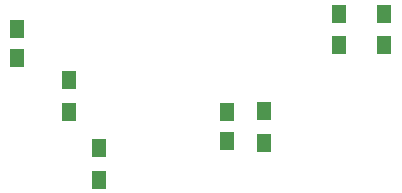
<source format=gbr>
G04 #@! TF.GenerationSoftware,KiCad,Pcbnew,(5.1.2-1)-1*
G04 #@! TF.CreationDate,2019-05-24T19:31:09+01:00*
G04 #@! TF.ProjectId,8840A_CPU_Programmer,38383430-415f-4435-9055-5f50726f6772,rev?*
G04 #@! TF.SameCoordinates,Original*
G04 #@! TF.FileFunction,Paste,Top*
G04 #@! TF.FilePolarity,Positive*
%FSLAX46Y46*%
G04 Gerber Fmt 4.6, Leading zero omitted, Abs format (unit mm)*
G04 Created by KiCad (PCBNEW (5.1.2-1)-1) date 2019-05-24 19:31:09*
%MOMM*%
%LPD*%
G04 APERTURE LIST*
%ADD10R,1.250000X1.500000*%
%ADD11R,1.300000X1.500000*%
G04 APERTURE END LIST*
D10*
X142240000Y-104815000D03*
X142240000Y-107315000D03*
D11*
X131445000Y-107870000D03*
X131445000Y-110570000D03*
X128905000Y-102155000D03*
X128905000Y-104855000D03*
X145415000Y-104775000D03*
X145415000Y-107475000D03*
X155575000Y-99220000D03*
X155575000Y-96520000D03*
X151765000Y-99220000D03*
X151765000Y-96520000D03*
D10*
X124460000Y-100290000D03*
X124460000Y-97790000D03*
M02*

</source>
